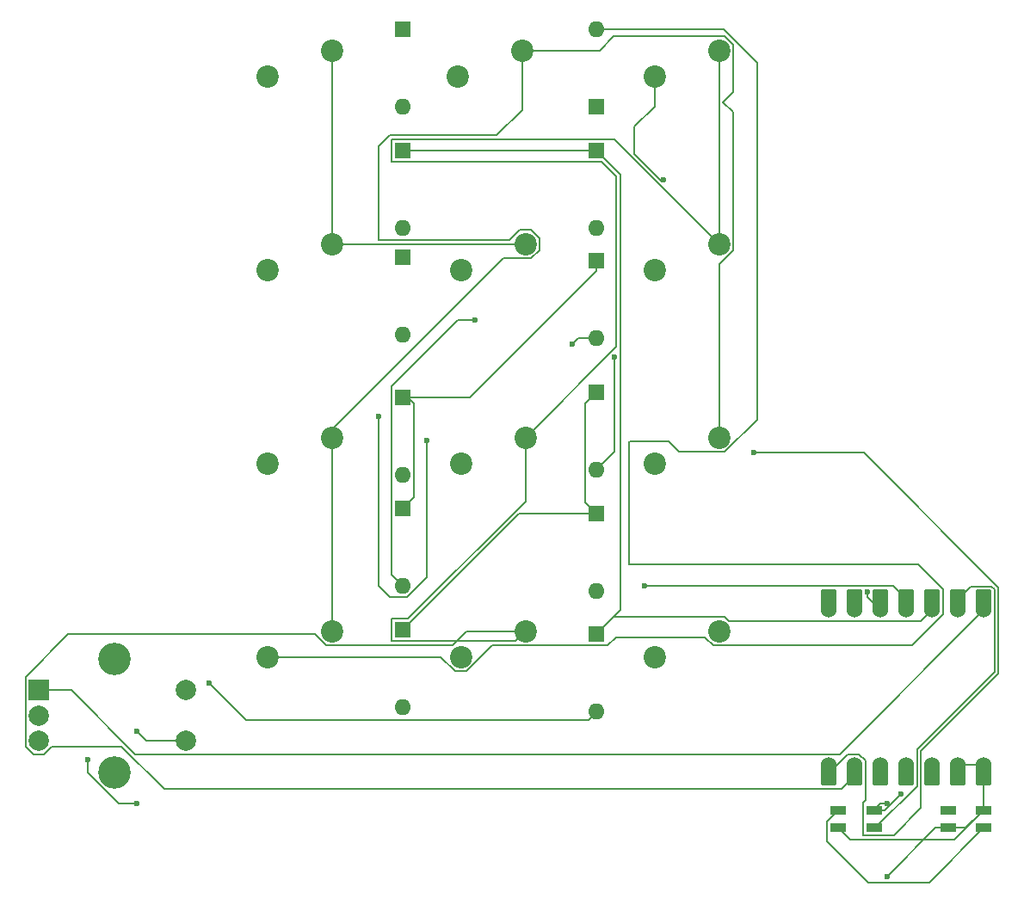
<source format=gbr>
%TF.GenerationSoftware,KiCad,Pcbnew,8.0.8*%
%TF.CreationDate,2025-02-18T22:01:45-08:00*%
%TF.ProjectId,Turtlepad,54757274-6c65-4706-9164-2e6b69636164,rev?*%
%TF.SameCoordinates,Original*%
%TF.FileFunction,Copper,L1,Top*%
%TF.FilePolarity,Positive*%
%FSLAX46Y46*%
G04 Gerber Fmt 4.6, Leading zero omitted, Abs format (unit mm)*
G04 Created by KiCad (PCBNEW 8.0.8) date 2025-02-18 22:01:45*
%MOMM*%
%LPD*%
G01*
G04 APERTURE LIST*
G04 Aperture macros list*
%AMRoundRect*
0 Rectangle with rounded corners*
0 $1 Rounding radius*
0 $2 $3 $4 $5 $6 $7 $8 $9 X,Y pos of 4 corners*
0 Add a 4 corners polygon primitive as box body*
4,1,4,$2,$3,$4,$5,$6,$7,$8,$9,$2,$3,0*
0 Add four circle primitives for the rounded corners*
1,1,$1+$1,$2,$3*
1,1,$1+$1,$4,$5*
1,1,$1+$1,$6,$7*
1,1,$1+$1,$8,$9*
0 Add four rect primitives between the rounded corners*
20,1,$1+$1,$2,$3,$4,$5,0*
20,1,$1+$1,$4,$5,$6,$7,0*
20,1,$1+$1,$6,$7,$8,$9,0*
20,1,$1+$1,$8,$9,$2,$3,0*%
G04 Aperture macros list end*
%TA.AperFunction,ComponentPad*%
%ADD10C,2.200000*%
%TD*%
%TA.AperFunction,SMDPad,CuDef*%
%ADD11R,1.600000X0.850000*%
%TD*%
%TA.AperFunction,SMDPad,CuDef*%
%ADD12RoundRect,0.152400X0.609600X-1.063600X0.609600X1.063600X-0.609600X1.063600X-0.609600X-1.063600X0*%
%TD*%
%TA.AperFunction,ComponentPad*%
%ADD13C,1.524000*%
%TD*%
%TA.AperFunction,SMDPad,CuDef*%
%ADD14RoundRect,0.152400X-0.609600X1.063600X-0.609600X-1.063600X0.609600X-1.063600X0.609600X1.063600X0*%
%TD*%
%TA.AperFunction,ComponentPad*%
%ADD15R,2.000000X2.000000*%
%TD*%
%TA.AperFunction,ComponentPad*%
%ADD16C,2.000000*%
%TD*%
%TA.AperFunction,ComponentPad*%
%ADD17C,3.200000*%
%TD*%
%TA.AperFunction,ComponentPad*%
%ADD18R,1.600000X1.600000*%
%TD*%
%TA.AperFunction,ComponentPad*%
%ADD19O,1.600000X1.600000*%
%TD*%
%TA.AperFunction,ViaPad*%
%ADD20C,0.600000*%
%TD*%
%TA.AperFunction,Conductor*%
%ADD21C,0.200000*%
%TD*%
G04 APERTURE END LIST*
D10*
%TO.P,SW8,1,1*%
%TO.N,Net-(U1-GPIO2{slash}SCK)*%
X131127500Y-68738750D03*
%TO.P,SW8,2,2*%
%TO.N,Net-(D6-A)*%
X124777500Y-71278750D03*
%TD*%
D11*
%TO.P,D14,1,DOUT*%
%TO.N,unconnected-(D14-DOUT-Pad1)*%
X153662500Y-124456250D03*
%TO.P,D14,2,VSS*%
%TO.N,+5V*%
X153662500Y-126206250D03*
%TO.P,D14,3,DIN*%
%TO.N,Net-(D1-DOUT)*%
X157162500Y-126206250D03*
%TO.P,D14,4,VDD*%
%TO.N,+5V*%
X157162500Y-124456250D03*
%TD*%
D10*
%TO.P,SW3,1,1*%
%TO.N,Net-(U1-GPIO1{slash}RX)*%
X93027500Y-87788750D03*
%TO.P,SW3,2,2*%
%TO.N,Net-(D4-A)*%
X86677500Y-90328750D03*
%TD*%
%TO.P,SW12,1,1*%
%TO.N,Net-(U1-GPIO1{slash}RX)*%
X93027500Y-106838750D03*
%TO.P,SW12,2,2*%
%TO.N,Net-(D12-A)*%
X86677500Y-109378750D03*
%TD*%
%TO.P,SW10,1,1*%
%TO.N,unconnected-(SW10-Pad1)*%
X131127500Y-106838750D03*
%TO.P,SW10,2,2*%
%TO.N,Net-(D13-A)*%
X124777500Y-109378750D03*
%TD*%
%TO.P,SW7,1,1*%
%TO.N,Net-(U1-GPIO2{slash}SCK)*%
X131127500Y-49688750D03*
%TO.P,SW7,2,2*%
%TO.N,Net-(D3-A)*%
X124777500Y-52228750D03*
%TD*%
%TO.P,SW5,1,1*%
%TO.N,Net-(U1-GPIO4{slash}MISO)*%
X112077500Y-68738750D03*
%TO.P,SW5,2,2*%
%TO.N,Net-(D8-A)*%
X105727500Y-71278750D03*
%TD*%
D12*
%TO.P,U1,1,GPIO26/ADC0/A0*%
%TO.N,Net-(U1-GPIO26{slash}ADC0{slash}A0)*%
X157162500Y-103940000D03*
D13*
X157162500Y-104775000D03*
D12*
%TO.P,U1,2,GPIO27/ADC1/A1*%
%TO.N,Net-(D1-DIN)*%
X154622500Y-103940000D03*
D13*
X154622500Y-104775000D03*
D12*
%TO.P,U1,3,GPIO28/ADC2/A2*%
%TO.N,Net-(D2-K)*%
X152082500Y-103940000D03*
D13*
X152082500Y-104775000D03*
D12*
%TO.P,U1,4,GPIO29/ADC3/A3*%
%TO.N,Net-(D5-K)*%
X149542500Y-103940000D03*
D13*
X149542500Y-104775000D03*
D12*
%TO.P,U1,5,GPIO6/SDA*%
%TO.N,Net-(D10-K)*%
X147002500Y-103940000D03*
D13*
X147002500Y-104775000D03*
D12*
%TO.P,U1,6,GPIO7/SCL*%
%TO.N,Net-(D11-K)*%
X144462500Y-103940000D03*
D13*
X144462500Y-104775000D03*
D12*
%TO.P,U1,7,GPIO0/TX*%
%TO.N,Net-(U1-GPIO0{slash}TX)*%
X141922500Y-103940000D03*
D13*
X141922500Y-104775000D03*
%TO.P,U1,8,GPIO1/RX*%
%TO.N,Net-(U1-GPIO1{slash}RX)*%
X141922500Y-120015000D03*
D14*
X141922500Y-120850000D03*
D13*
%TO.P,U1,9,GPIO2/SCK*%
%TO.N,Net-(U1-GPIO2{slash}SCK)*%
X144462500Y-120015000D03*
D14*
X144462500Y-120850000D03*
D13*
%TO.P,U1,10,GPIO4/MISO*%
%TO.N,Net-(U1-GPIO4{slash}MISO)*%
X147002500Y-120015000D03*
D14*
X147002500Y-120850000D03*
D13*
%TO.P,U1,11,GPIO3/MOSI*%
%TO.N,Net-(U1-GPIO3{slash}MOSI)*%
X149542500Y-120015000D03*
D14*
X149542500Y-120850000D03*
D13*
%TO.P,U1,12,3V3*%
%TO.N,unconnected-(U1-3V3-Pad12)*%
X152082500Y-120015000D03*
D14*
X152082500Y-120850000D03*
D13*
%TO.P,U1,13,GND*%
%TO.N,+5V*%
X154622500Y-120015000D03*
D14*
X154622500Y-120850000D03*
D13*
%TO.P,U1,14,VBUS*%
X157162500Y-120015000D03*
D14*
X157162500Y-120850000D03*
%TD*%
D10*
%TO.P,SW4,1,1*%
%TO.N,Net-(U1-GPIO1{slash}RX)*%
X111760000Y-49688750D03*
%TO.P,SW4,2,2*%
%TO.N,Net-(D7-A)*%
X105410000Y-52228750D03*
%TD*%
%TO.P,SW11,1,1*%
%TO.N,Net-(U1-GPIO2{slash}SCK)*%
X112077500Y-106838750D03*
%TO.P,SW11,2,2*%
%TO.N,Net-(D9-A)*%
X105727500Y-109378750D03*
%TD*%
%TO.P,SW9,1,1*%
%TO.N,Net-(U1-GPIO1{slash}RX)*%
X131127500Y-87788750D03*
%TO.P,SW9,2,2*%
%TO.N,Net-(D10-A)*%
X124777500Y-90328750D03*
%TD*%
%TO.P,SW1,1,1*%
%TO.N,Net-(U1-GPIO4{slash}MISO)*%
X93027500Y-49688750D03*
%TO.P,SW1,2,2*%
%TO.N,Net-(D2-A)*%
X86677500Y-52228750D03*
%TD*%
%TO.P,SW6,1,1*%
%TO.N,Net-(U1-GPIO2{slash}SCK)*%
X112077500Y-87788750D03*
%TO.P,SW6,2,2*%
%TO.N,Net-(D11-A)*%
X105727500Y-90328750D03*
%TD*%
%TO.P,SW2,1,1*%
%TO.N,Net-(U1-GPIO4{slash}MISO)*%
X93027500Y-68738750D03*
%TO.P,SW2,2,2*%
%TO.N,Net-(D5-A)*%
X86677500Y-71278750D03*
%TD*%
D15*
%TO.P,SW15,A,A*%
%TO.N,Net-(U1-GPIO26{slash}ADC0{slash}A0)*%
X64187500Y-112637500D03*
D16*
%TO.P,SW15,B,B*%
%TO.N,Net-(U1-GPIO0{slash}TX)*%
X64187500Y-117637500D03*
%TO.P,SW15,C,C*%
%TO.N,+5V*%
X64187500Y-115137500D03*
D17*
%TO.P,SW15,MP*%
%TO.N,N/C*%
X71687500Y-109537500D03*
X71687500Y-120737500D03*
D16*
%TO.P,SW15,S1,S1*%
%TO.N,Net-(U1-GPIO3{slash}MOSI)*%
X78687500Y-117637500D03*
%TO.P,SW15,S2,S2*%
%TO.N,+5V*%
X78687500Y-112637500D03*
%TD*%
D11*
%TO.P,D1,1,DOUT*%
%TO.N,Net-(D1-DOUT)*%
X142875000Y-124456250D03*
%TO.P,D1,2,VSS*%
%TO.N,+5V*%
X142875000Y-126206250D03*
%TO.P,D1,3,DIN*%
%TO.N,Net-(D1-DIN)*%
X146375000Y-126206250D03*
%TO.P,D1,4,VDD*%
%TO.N,+5V*%
X146375000Y-124456250D03*
%TD*%
D18*
%TO.P,D9,1,K*%
%TO.N,Net-(D10-K)*%
X100012500Y-83820000D03*
D19*
%TO.P,D9,2,A*%
%TO.N,Net-(D9-A)*%
X100012500Y-91440000D03*
%TD*%
D18*
%TO.P,D11,1,K*%
%TO.N,Net-(D11-K)*%
X100012500Y-70008750D03*
D19*
%TO.P,D11,2,A*%
%TO.N,Net-(D11-A)*%
X100012500Y-77628750D03*
%TD*%
D18*
%TO.P,D3,1,K*%
%TO.N,Net-(D2-K)*%
X119062500Y-59531250D03*
D19*
%TO.P,D3,2,A*%
%TO.N,Net-(D3-A)*%
X119062500Y-67151250D03*
%TD*%
D18*
%TO.P,D7,1,K*%
%TO.N,Net-(D5-K)*%
X100012500Y-106680000D03*
D19*
%TO.P,D7,2,A*%
%TO.N,Net-(D7-A)*%
X100012500Y-114300000D03*
%TD*%
D18*
%TO.P,D6,1,K*%
%TO.N,Net-(D5-K)*%
X119062500Y-83343750D03*
D19*
%TO.P,D6,2,A*%
%TO.N,Net-(D6-A)*%
X119062500Y-90963750D03*
%TD*%
D18*
%TO.P,D12,1,K*%
%TO.N,Net-(D11-K)*%
X119062500Y-55245000D03*
D19*
%TO.P,D12,2,A*%
%TO.N,Net-(D12-A)*%
X119062500Y-47625000D03*
%TD*%
D18*
%TO.P,D10,1,K*%
%TO.N,Net-(D10-K)*%
X119062500Y-70356250D03*
D19*
%TO.P,D10,2,A*%
%TO.N,Net-(D10-A)*%
X119062500Y-77976250D03*
%TD*%
D18*
%TO.P,D8,1,K*%
%TO.N,Net-(D10-K)*%
X100012500Y-94773750D03*
D19*
%TO.P,D8,2,A*%
%TO.N,Net-(D8-A)*%
X100012500Y-102393750D03*
%TD*%
D18*
%TO.P,D4,1,K*%
%TO.N,Net-(D2-K)*%
X119062500Y-107156250D03*
D19*
%TO.P,D4,2,A*%
%TO.N,Net-(D4-A)*%
X119062500Y-114776250D03*
%TD*%
D18*
%TO.P,D5,1,K*%
%TO.N,Net-(D5-K)*%
X119062500Y-95250000D03*
D19*
%TO.P,D5,2,A*%
%TO.N,Net-(D5-A)*%
X119062500Y-102870000D03*
%TD*%
D18*
%TO.P,D13,1,K*%
%TO.N,Net-(D11-K)*%
X100012500Y-47625000D03*
D19*
%TO.P,D13,2,A*%
%TO.N,Net-(D13-A)*%
X100012500Y-55245000D03*
%TD*%
D18*
%TO.P,D2,1,K*%
%TO.N,Net-(D2-K)*%
X100012500Y-59531250D03*
D19*
%TO.P,D2,2,A*%
%TO.N,Net-(D2-A)*%
X100012500Y-67151250D03*
%TD*%
D20*
%TO.N,+5V*%
X149027467Y-122833717D03*
X147637500Y-130968750D03*
X147637500Y-123825000D03*
%TO.N,Net-(D3-A)*%
X125678015Y-62440735D03*
%TO.N,Net-(D4-A)*%
X80962500Y-111918750D03*
%TO.N,Net-(D5-A)*%
X102393750Y-88106250D03*
X97631250Y-85725000D03*
%TO.N,Net-(D5-K)*%
X123825000Y-102393750D03*
%TO.N,Net-(D6-A)*%
X120843750Y-79871028D03*
%TO.N,Net-(D8-A)*%
X107156250Y-76200000D03*
%TO.N,Net-(D10-K)*%
X145724500Y-102993750D03*
%TO.N,Net-(D10-A)*%
X116681250Y-78581250D03*
%TO.N,Net-(U1-GPIO1{slash}RX)*%
X134540625Y-89296875D03*
%TO.N,Net-(U1-GPIO3{slash}MOSI)*%
X73818750Y-116681250D03*
X69056250Y-119475981D03*
X73818750Y-123825000D03*
%TD*%
D21*
%TO.N,Net-(D1-DOUT)*%
X141775000Y-127487500D02*
X141775000Y-125556250D01*
X145856250Y-131568750D02*
X141775000Y-127487500D01*
X157162500Y-126206250D02*
X151800000Y-131568750D01*
X141775000Y-125556250D02*
X142875000Y-124456250D01*
X151800000Y-131568750D02*
X145856250Y-131568750D01*
%TO.N,+5V*%
X157162500Y-120015000D02*
X157162500Y-124456250D01*
X153662500Y-126206250D02*
X152400000Y-126206250D01*
X146375000Y-124456250D02*
X147404934Y-124456250D01*
X153662500Y-126206250D02*
X155412500Y-126206250D01*
X155412500Y-126206250D02*
X157162500Y-124456250D01*
X154287500Y-127331250D02*
X144000000Y-127331250D01*
X147404934Y-124456250D02*
X149027467Y-122833717D01*
X157162500Y-120015000D02*
X154622500Y-120015000D01*
X147006250Y-123825000D02*
X146375000Y-124456250D01*
X144000000Y-127331250D02*
X142875000Y-126206250D01*
X147637500Y-123825000D02*
X147006250Y-123825000D01*
X152400000Y-126206250D02*
X147637500Y-130968750D01*
X157162500Y-124456250D02*
X154287500Y-127331250D01*
%TO.N,Net-(D1-DIN)*%
X154622500Y-104775000D02*
X154622500Y-103697370D01*
X158224500Y-102684786D02*
X158224500Y-110856750D01*
X150604500Y-118476750D02*
X150604500Y-122105214D01*
X150604500Y-122105214D02*
X146503464Y-126206250D01*
X154622500Y-103697370D02*
X155895870Y-102424000D01*
X157963714Y-102424000D02*
X158224500Y-102684786D01*
X155895870Y-102424000D02*
X157963714Y-102424000D01*
X146503464Y-126206250D02*
X146375000Y-126206250D01*
X158224500Y-110856750D02*
X150604500Y-118476750D01*
%TO.N,Net-(D2-K)*%
X152082500Y-104775000D02*
X151020500Y-105837000D01*
X132105649Y-105837000D02*
X131707399Y-105438750D01*
X151020500Y-105837000D02*
X132105649Y-105837000D01*
X121443750Y-61912500D02*
X119062500Y-59531250D01*
X131707399Y-105438750D02*
X120780000Y-105438750D01*
X119062500Y-107156250D02*
X121443750Y-104775000D01*
X119062500Y-59531250D02*
X100012500Y-59531250D01*
X120780000Y-105438750D02*
X119062500Y-107156250D01*
X121443750Y-104775000D02*
X121443750Y-61912500D01*
%TO.N,Net-(D3-A)*%
X124777500Y-55195806D02*
X122823306Y-57150000D01*
X122823306Y-59868870D02*
X125536593Y-62582157D01*
X124777500Y-52228750D02*
X124777500Y-55195806D01*
X122823306Y-57150000D02*
X122823306Y-59868870D01*
X125536593Y-62582157D02*
X125678015Y-62440735D01*
%TO.N,Net-(D4-A)*%
X119062500Y-114776250D02*
X118262501Y-115576249D01*
X84619999Y-115576249D02*
X80962500Y-111918750D01*
X118262501Y-115576249D02*
X84619999Y-115576249D01*
%TO.N,Net-(D5-A)*%
X102393750Y-101568135D02*
X100468135Y-103493750D01*
X98731250Y-103493750D02*
X97631250Y-102393750D01*
X100468135Y-103493750D02*
X98731250Y-103493750D01*
X102393750Y-88106250D02*
X102393750Y-101568135D01*
X97631250Y-102393750D02*
X97631250Y-85725000D01*
%TO.N,Net-(D5-K)*%
X149542500Y-104775000D02*
X149542500Y-103697370D01*
X148238880Y-102393750D02*
X123825000Y-102393750D01*
X117962500Y-94150000D02*
X117962500Y-84443750D01*
X119062500Y-95250000D02*
X111442500Y-95250000D01*
X117962500Y-84443750D02*
X119062500Y-83343750D01*
X111442500Y-95250000D02*
X100012500Y-106680000D01*
X119062500Y-95250000D02*
X117962500Y-94150000D01*
X149542500Y-103697370D02*
X148238880Y-102393750D01*
%TO.N,Net-(D6-A)*%
X120843750Y-89182500D02*
X120843750Y-79871028D01*
X119062500Y-90963750D02*
X120843750Y-89182500D01*
%TO.N,Net-(D8-A)*%
X100012500Y-102393750D02*
X98912500Y-101293750D01*
X98912500Y-82720000D02*
X105432500Y-76200000D01*
X98912500Y-101293750D02*
X98912500Y-82720000D01*
X105432500Y-76200000D02*
X107156250Y-76200000D01*
%TO.N,Net-(D10-K)*%
X147002500Y-104775000D02*
X147002500Y-103940000D01*
X119062500Y-70356250D02*
X119062500Y-71356250D01*
X145724500Y-103497000D02*
X145724500Y-102993750D01*
X147002500Y-104775000D02*
X145724500Y-103497000D01*
X106598750Y-83820000D02*
X100012500Y-83820000D01*
X100012500Y-94773750D02*
X101112500Y-93673750D01*
X119062500Y-71356250D02*
X106598750Y-83820000D01*
X101112500Y-84443750D02*
X100012500Y-83343750D01*
X101112500Y-93673750D02*
X101112500Y-84443750D01*
%TO.N,Net-(D10-A)*%
X116681250Y-78581250D02*
X117286250Y-77976250D01*
X117286250Y-77976250D02*
X119062500Y-77976250D01*
%TO.N,Net-(D12-A)*%
X153144500Y-102684786D02*
X150706528Y-100246814D01*
X150706528Y-100246814D02*
X122243750Y-100246814D01*
X131707399Y-89188750D02*
X134867500Y-86028649D01*
X106307399Y-110778750D02*
X108829899Y-108256250D01*
X127206250Y-89188750D02*
X131707399Y-89188750D01*
X86677500Y-109378750D02*
X103747601Y-109378750D01*
X134867500Y-86028649D02*
X134867500Y-50883165D01*
X153144500Y-105214895D02*
X153144500Y-102684786D01*
X150120645Y-108238750D02*
X153144500Y-105214895D01*
X120162500Y-108256250D02*
X121000101Y-107418649D01*
X134867500Y-50883165D02*
X131609335Y-47625000D01*
X122243750Y-88271936D02*
X122326936Y-88188750D01*
X122243750Y-100246814D02*
X122243750Y-88271936D01*
X105147601Y-110778750D02*
X106307399Y-110778750D01*
X131609335Y-47625000D02*
X119062500Y-47625000D01*
X108829899Y-108256250D02*
X120162500Y-108256250D01*
X103747601Y-109378750D02*
X105147601Y-110778750D01*
X122326936Y-88188750D02*
X126206250Y-88188750D01*
X126206250Y-88188750D02*
X127206250Y-89188750D01*
X130547601Y-108238750D02*
X150120645Y-108238750D01*
X121000101Y-107418649D02*
X129727500Y-107418649D01*
X129727500Y-107418649D02*
X130547601Y-108238750D01*
%TO.N,Net-(U1-GPIO4{slash}MISO)*%
X93027500Y-68738750D02*
X93027500Y-49688750D01*
X112077500Y-68738750D02*
X93027500Y-68738750D01*
%TO.N,Net-(U1-GPIO1{slash}RX)*%
X131127500Y-87788750D02*
X131127500Y-70718649D01*
X143819500Y-118953000D02*
X144902395Y-118953000D01*
X120780000Y-48288750D02*
X119380000Y-49688750D01*
X145275000Y-126931250D02*
X148318464Y-126931250D01*
X111760000Y-55552152D02*
X109280902Y-58031250D01*
X111497601Y-67338750D02*
X112657399Y-67338750D01*
X97631250Y-68338750D02*
X110497601Y-68338750D01*
X113477500Y-68158851D02*
X113477500Y-69318649D01*
X110497601Y-68338750D02*
X111497601Y-67338750D01*
X144902395Y-118953000D02*
X145524500Y-119575105D01*
X145402275Y-89296875D02*
X134540625Y-89296875D01*
X131127500Y-70718649D02*
X132527500Y-69318649D01*
X113477500Y-69318649D02*
X112657399Y-70138750D01*
X145524500Y-119575105D02*
X145524500Y-123481750D01*
X151020500Y-124229214D02*
X151020500Y-118626436D01*
X93027500Y-88265000D02*
X93027500Y-106838750D01*
X92868750Y-88106250D02*
X93027500Y-88265000D01*
X132527500Y-49108851D02*
X131707399Y-48288750D01*
X132527500Y-53768750D02*
X132527500Y-49108851D01*
X148318464Y-126931250D02*
X151020500Y-124229214D01*
X93027500Y-87947500D02*
X92868750Y-88106250D01*
X131527500Y-54768750D02*
X132527500Y-53768750D01*
X98746815Y-58031250D02*
X97631250Y-59146815D01*
X151020500Y-118626436D02*
X158624500Y-111022436D01*
X97631250Y-59146815D02*
X97631250Y-68338750D01*
X109280902Y-58031250D02*
X98746815Y-58031250D01*
X111760000Y-49688750D02*
X111760000Y-55552152D01*
X119380000Y-49688750D02*
X111760000Y-49688750D01*
X131707399Y-48288750D02*
X120780000Y-48288750D01*
X112657399Y-70138750D02*
X109894098Y-70138750D01*
X109894098Y-70138750D02*
X93027500Y-87005348D01*
X93027500Y-87788750D02*
X93027500Y-87947500D01*
X132527500Y-69318649D02*
X132527500Y-55768750D01*
X158624500Y-111022436D02*
X158624500Y-102519100D01*
X131127500Y-87947500D02*
X130968750Y-88106250D01*
X145524500Y-123481750D02*
X145275000Y-123731250D01*
X112657399Y-67338750D02*
X113477500Y-68158851D01*
X132527500Y-55768750D02*
X131527500Y-54768750D01*
X141922500Y-120850000D02*
X143819500Y-118953000D01*
X93027500Y-87005348D02*
X93027500Y-87788750D01*
X158624500Y-102519100D02*
X145402275Y-89296875D01*
X145275000Y-123731250D02*
X145275000Y-126931250D01*
%TO.N,Net-(U1-GPIO2{slash}SCK)*%
X67068750Y-107156250D02*
X91365101Y-107156250D01*
X63649022Y-118937500D02*
X62887500Y-118175978D01*
X76556564Y-122366000D02*
X72366542Y-118175978D01*
X143189130Y-122366000D02*
X76556564Y-122366000D01*
X112077500Y-106838750D02*
X111136250Y-107780000D01*
X121043750Y-62078186D02*
X119596814Y-60631250D01*
X144462500Y-120015000D02*
X144462500Y-121092630D01*
X111136250Y-107780000D02*
X98912500Y-107780000D01*
X62887500Y-111337500D02*
X67068750Y-107156250D01*
X65487500Y-118175978D02*
X64725978Y-118937500D01*
X104887601Y-108238750D02*
X106287601Y-106838750D01*
X98912500Y-60631250D02*
X98912500Y-58431250D01*
X106287601Y-106838750D02*
X112077500Y-106838750D01*
X98912500Y-58431250D02*
X120820000Y-58431250D01*
X64725978Y-118937500D02*
X63649022Y-118937500D01*
X120820000Y-58431250D02*
X131127500Y-68738750D01*
X121043750Y-78822500D02*
X121043750Y-62078186D01*
X98912500Y-107780000D02*
X98912500Y-105580000D01*
X112077500Y-94049314D02*
X112077500Y-87788750D01*
X98912500Y-105580000D02*
X100546814Y-105580000D01*
X112077500Y-87788750D02*
X121043750Y-78822500D01*
X131127500Y-68738750D02*
X131127500Y-49688750D01*
X92447601Y-108238750D02*
X104887601Y-108238750D01*
X72366542Y-118175978D02*
X65487500Y-118175978D01*
X144462500Y-121092630D02*
X143189130Y-122366000D01*
X62887500Y-118175978D02*
X62887500Y-111337500D01*
X91365101Y-107156250D02*
X92447601Y-108238750D01*
X119596814Y-60631250D02*
X98912500Y-60631250D01*
X100546814Y-105580000D02*
X112077500Y-94049314D01*
%TO.N,Net-(U1-GPIO26{slash}ADC0{slash}A0)*%
X67393750Y-112637500D02*
X64187500Y-112637500D01*
X157162500Y-104775000D02*
X142984500Y-118953000D01*
X142984500Y-118953000D02*
X73709250Y-118953000D01*
X73709250Y-118953000D02*
X67393750Y-112637500D01*
%TO.N,Net-(U1-GPIO3{slash}MOSI)*%
X69056250Y-119475981D02*
X69056250Y-120793256D01*
X74775000Y-117637500D02*
X78687500Y-117637500D01*
X73818750Y-116681250D02*
X74775000Y-117637500D01*
X72087994Y-123825000D02*
X73818750Y-123825000D01*
X69056250Y-120793256D02*
X72087994Y-123825000D01*
%TD*%
M02*

</source>
